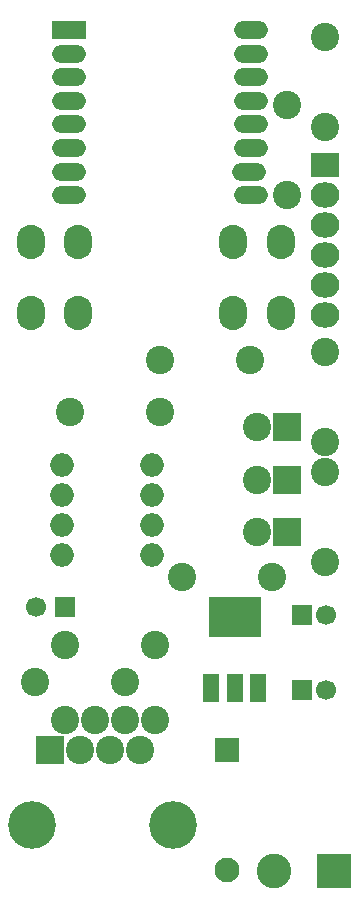
<source format=gbr>
G04 #@! TF.FileFunction,Soldermask,Top*
%FSLAX46Y46*%
G04 Gerber Fmt 4.6, Leading zero omitted, Abs format (unit mm)*
G04 Created by KiCad (PCBNEW 4.0.7-e2-6376~58~ubuntu16.04.1) date Sat May  5 11:14:25 2018*
%MOMM*%
%LPD*%
G01*
G04 APERTURE LIST*
%ADD10C,0.100000*%
%ADD11R,2.900000X1.500000*%
%ADD12O,2.900000X1.500000*%
%ADD13O,2.400000X2.900000*%
%ADD14C,4.049980*%
%ADD15R,2.400000X2.400000*%
%ADD16C,2.400000*%
%ADD17R,2.432000X2.127200*%
%ADD18O,2.432000X2.127200*%
%ADD19R,4.400000X3.400000*%
%ADD20R,1.400000X2.400000*%
%ADD21R,2.940000X2.940000*%
%ADD22C,2.940000*%
%ADD23C,2.398980*%
%ADD24R,1.700000X1.700000*%
%ADD25C,1.700000*%
%ADD26C,2.099260*%
%ADD27R,2.099260X2.099260*%
%ADD28O,2.000000X2.000000*%
G04 APERTURE END LIST*
D10*
D11*
X151065000Y-67310000D03*
D12*
X151065000Y-69310000D03*
X151065000Y-71310000D03*
X151065000Y-73310000D03*
X151065000Y-75310000D03*
X151065000Y-77310000D03*
X151065000Y-79310000D03*
X151065000Y-81310000D03*
X166465000Y-81310000D03*
X166365000Y-79310000D03*
X166465000Y-77310000D03*
X166465000Y-75310000D03*
X166465000Y-73310000D03*
X166465000Y-71310000D03*
X166465000Y-69310000D03*
X166465000Y-67310000D03*
D13*
X147860000Y-85265000D03*
X151860000Y-85265000D03*
X147860000Y-91265000D03*
X151860000Y-91265000D03*
D14*
X159862520Y-134620000D03*
X147993100Y-134620000D03*
D15*
X149479000Y-128270000D03*
D16*
X150749000Y-125730000D03*
X152019000Y-128270000D03*
X153289000Y-125730000D03*
X154559000Y-128270000D03*
X155829000Y-125730000D03*
X157099000Y-128270000D03*
X158369000Y-125730000D03*
D17*
X172720000Y-78740000D03*
D18*
X172720000Y-81280000D03*
X172720000Y-83820000D03*
X172720000Y-86360000D03*
X172720000Y-88900000D03*
X172720000Y-91440000D03*
D19*
X165100000Y-117015000D03*
D20*
X165100000Y-123015000D03*
X167100000Y-123015000D03*
X163100000Y-123015000D03*
D13*
X165005000Y-85265000D03*
X169005000Y-85265000D03*
X165005000Y-91265000D03*
X169005000Y-91265000D03*
D21*
X173500000Y-138515000D03*
D22*
X168420000Y-138515000D03*
D23*
X155829000Y-122555000D03*
X148209000Y-122555000D03*
X158750000Y-99695000D03*
X151130000Y-99695000D03*
X150749000Y-119380000D03*
X158369000Y-119380000D03*
X169545000Y-81280000D03*
X169545000Y-73660000D03*
X172720000Y-75565000D03*
X172720000Y-67945000D03*
D24*
X170815000Y-123190000D03*
D25*
X172815000Y-123190000D03*
D24*
X170815000Y-116840000D03*
D25*
X172815000Y-116840000D03*
D24*
X150749000Y-116205000D03*
D25*
X148249000Y-116205000D03*
D23*
X166370000Y-95250000D03*
X158750000Y-95250000D03*
D15*
X169545000Y-105410000D03*
D16*
X167005000Y-105410000D03*
D15*
X169545000Y-100965000D03*
D16*
X167005000Y-100965000D03*
D15*
X169545000Y-109855000D03*
D16*
X167005000Y-109855000D03*
D23*
X168275000Y-113665000D03*
X160655000Y-113665000D03*
X172720000Y-94615000D03*
X172720000Y-102235000D03*
X172720000Y-112395000D03*
X172720000Y-104775000D03*
D26*
X164467540Y-138430520D03*
D27*
X164467540Y-128270520D03*
D28*
X158115000Y-111760000D03*
X158115000Y-109220000D03*
X158115000Y-106680000D03*
X158115000Y-104140000D03*
X150495000Y-104140000D03*
X150495000Y-106680000D03*
X150495000Y-109220000D03*
X150495000Y-111760000D03*
M02*

</source>
